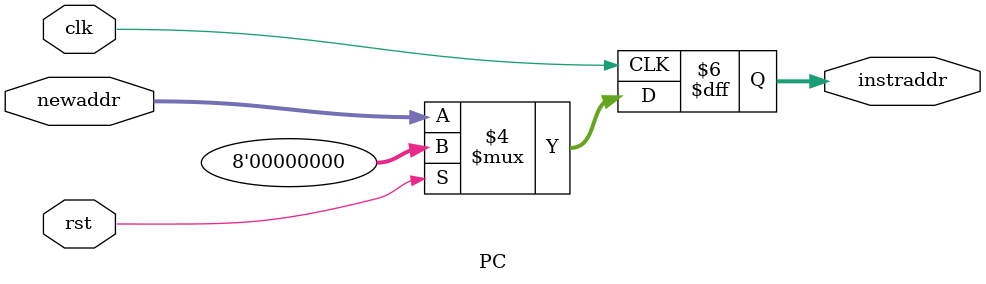
<source format=v>
`timescale 1ns / 1ps


module PC(
    input [7:0] newaddr,
    input clk,
    input rst,
    output reg [7:0] instraddr
    );
    
    always@(posedge clk)
    begin
        if(rst==1'b1)
        begin
            instraddr=0;
        end
        else
        begin
            instraddr=newaddr;
        end
    end
    
endmodule

</source>
